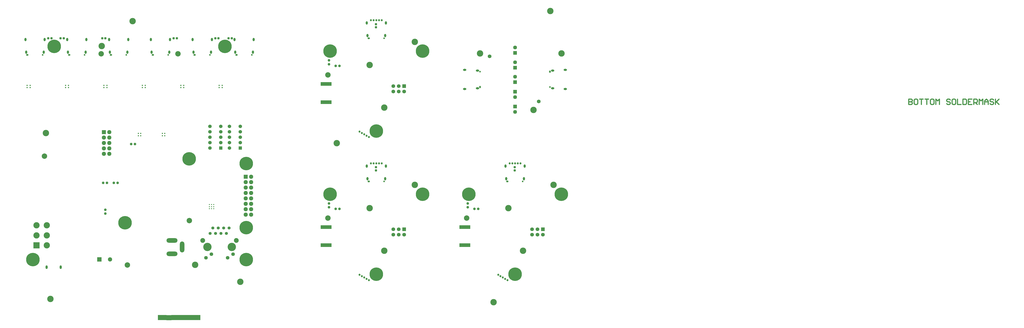
<source format=gbs>
G04*
G04 #@! TF.GenerationSoftware,Altium Limited,Altium Designer,21.2.2 (38)*
G04*
G04 Layer_Color=16711935*
%FSLAX25Y25*%
%MOIN*%
G70*
G04*
G04 #@! TF.SameCoordinates,0448F7F8-B58B-4B03-AB27-B3033358FA6D*
G04*
G04*
G04 #@! TF.FilePolarity,Negative*
G04*
G01*
G75*
%ADD11C,0.02000*%
%ADD171C,0.01968*%
%ADD182C,0.05500*%
%ADD378R,0.09350X0.09350*%
%ADD381R,0.16437X0.09350*%
%ADD382C,0.11811*%
%ADD385R,0.19843X0.06850*%
G04:AMPARAMS|DCode=422|XSize=38.94mil|YSize=37.94mil|CornerRadius=7.92mil|HoleSize=0mil|Usage=FLASHONLY|Rotation=90.000|XOffset=0mil|YOffset=0mil|HoleType=Round|Shape=RoundedRectangle|*
%AMROUNDEDRECTD422*
21,1,0.03894,0.02210,0,0,90.0*
21,1,0.02310,0.03794,0,0,90.0*
1,1,0.01584,0.01105,0.01155*
1,1,0.01584,0.01105,-0.01155*
1,1,0.01584,-0.01105,-0.01155*
1,1,0.01584,-0.01105,0.01155*
%
%ADD422ROUNDEDRECTD422*%
G04:AMPARAMS|DCode=424|XSize=38.94mil|YSize=37.94mil|CornerRadius=7.92mil|HoleSize=0mil|Usage=FLASHONLY|Rotation=180.000|XOffset=0mil|YOffset=0mil|HoleType=Round|Shape=RoundedRectangle|*
%AMROUNDEDRECTD424*
21,1,0.03894,0.02210,0,0,180.0*
21,1,0.02310,0.03794,0,0,180.0*
1,1,0.01584,-0.01155,0.01105*
1,1,0.01584,0.01155,0.01105*
1,1,0.01584,0.01155,-0.01105*
1,1,0.01584,-0.01155,-0.01105*
%
%ADD424ROUNDEDRECTD424*%
%ADD509C,0.03800*%
%ADD510O,0.04291X0.03110*%
%ADD511O,0.03701X0.06063*%
%ADD512C,0.03110*%
%ADD513C,0.10000*%
%ADD514C,0.06850*%
%ADD515R,0.06850X0.06850*%
%ADD516C,0.04882*%
%ADD517C,0.24961*%
%ADD518O,0.06063X0.03701*%
%ADD519O,0.03110X0.04291*%
%ADD520C,0.06800*%
%ADD521R,0.07051X0.07051*%
%ADD522C,0.07051*%
%ADD523C,0.11575*%
%ADD524R,0.11575X0.11575*%
%ADD525C,0.08851*%
%ADD526C,0.15351*%
%ADD527C,0.06651*%
%ADD528O,0.08425X0.20236*%
%ADD529O,0.20236X0.08425*%
%ADD530C,0.07638*%
%ADD531R,0.07638X0.07638*%
G04:AMPARAMS|DCode=532|XSize=39.37mil|YSize=66.93mil|CornerRadius=19.68mil|HoleSize=0mil|Usage=FLASHONLY|Rotation=360.000|XOffset=0mil|YOffset=0mil|HoleType=Round|Shape=RoundedRectangle|*
%AMROUNDEDRECTD532*
21,1,0.03937,0.02756,0,0,360.0*
21,1,0.00000,0.06693,0,0,360.0*
1,1,0.03937,0.00000,-0.01378*
1,1,0.03937,0.00000,-0.01378*
1,1,0.03937,0.00000,0.01378*
1,1,0.03937,0.00000,0.01378*
%
%ADD532ROUNDEDRECTD532*%
%ADD533C,0.06496*%
%ADD534R,0.06496X0.06496*%
%ADD535C,0.07835*%
%ADD536R,0.07835X0.07835*%
%ADD538C,0.02368*%
%ADD539C,0.02362*%
%ADD540R,0.09350X0.09350*%
D11*
X1675248Y414505D02*
Y404508D01*
X1680247D01*
X1681913Y406174D01*
Y407840D01*
X1680247Y409506D01*
X1675248D01*
X1680247D01*
X1681913Y411172D01*
Y412839D01*
X1680247Y414505D01*
X1675248D01*
X1690244D02*
X1686911D01*
X1685245Y412839D01*
Y406174D01*
X1686911Y404508D01*
X1690244D01*
X1691910Y406174D01*
Y412839D01*
X1690244Y414505D01*
X1695242D02*
X1701906D01*
X1698574D01*
Y404508D01*
X1705239Y414505D02*
X1711903D01*
X1708571D01*
Y404508D01*
X1720234Y414505D02*
X1716902D01*
X1715235Y412839D01*
Y406174D01*
X1716902Y404508D01*
X1720234D01*
X1721900Y406174D01*
Y412839D01*
X1720234Y414505D01*
X1725232Y404508D02*
Y414505D01*
X1728564Y411172D01*
X1731897Y414505D01*
Y404508D01*
X1751890Y412839D02*
X1750224Y414505D01*
X1746892D01*
X1745226Y412839D01*
Y411172D01*
X1746892Y409506D01*
X1750224D01*
X1751890Y407840D01*
Y406174D01*
X1750224Y404508D01*
X1746892D01*
X1745226Y406174D01*
X1760221Y414505D02*
X1756889D01*
X1755223Y412839D01*
Y406174D01*
X1756889Y404508D01*
X1760221D01*
X1761887Y406174D01*
Y412839D01*
X1760221Y414505D01*
X1765219D02*
Y404508D01*
X1771884D01*
X1775216Y414505D02*
Y404508D01*
X1780214D01*
X1781881Y406174D01*
Y412839D01*
X1780214Y414505D01*
X1775216D01*
X1791877D02*
X1785213D01*
Y404508D01*
X1791877D01*
X1785213Y409506D02*
X1788545D01*
X1795210Y404508D02*
Y414505D01*
X1800208D01*
X1801874Y412839D01*
Y409506D01*
X1800208Y407840D01*
X1795210D01*
X1798542D02*
X1801874Y404508D01*
X1805206D02*
Y414505D01*
X1808539Y411172D01*
X1811871Y414505D01*
Y404508D01*
X1815203D02*
Y411172D01*
X1818535Y414505D01*
X1821868Y411172D01*
Y404508D01*
Y409506D01*
X1815203D01*
X1831864Y412839D02*
X1830198Y414505D01*
X1826866D01*
X1825200Y412839D01*
Y411172D01*
X1826866Y409506D01*
X1830198D01*
X1831864Y407840D01*
Y406174D01*
X1830198Y404508D01*
X1826866D01*
X1825200Y406174D01*
X1835197Y414505D02*
Y404508D01*
Y407840D01*
X1841861Y414505D01*
X1836863Y409506D01*
X1841861Y404508D01*
D171*
X388855Y215909D02*
D03*
Y219846D02*
D03*
X384918D02*
D03*
Y215909D02*
D03*
Y211972D02*
D03*
X388855D02*
D03*
X392792D02*
D03*
Y215909D02*
D03*
Y219846D02*
D03*
D182*
X421042Y176432D02*
D03*
X411042D02*
D03*
X401042D02*
D03*
X391042D02*
D03*
X416042Y166432D02*
D03*
X406042D02*
D03*
X396042D02*
D03*
X386042D02*
D03*
D378*
X336852Y10943D02*
D03*
X327993Y10943D02*
D03*
X310277Y10874D02*
D03*
X354568Y10943D02*
D03*
X345710Y10943D02*
D03*
X319135D02*
D03*
D381*
X297875D02*
D03*
D382*
X619657Y333228D02*
D03*
X908991Y39591D02*
D03*
X1013670Y577132D02*
D03*
X441945Y77250D02*
D03*
X243033Y558286D02*
D03*
X91607Y45326D02*
D03*
X963312Y134531D02*
D03*
X1019776Y256017D02*
D03*
X936441Y213272D02*
D03*
X707406Y134530D02*
D03*
X763870Y256015D02*
D03*
X680536Y213270D02*
D03*
X707406Y398756D02*
D03*
X763870Y520241D02*
D03*
X680536Y477496D02*
D03*
X884262Y498700D02*
D03*
X982712Y394357D02*
D03*
X1034628Y498709D02*
D03*
X186070Y512325D02*
D03*
X83270Y351625D02*
D03*
X358442Y108449D02*
D03*
D385*
X856156Y144706D02*
D03*
Y178249D02*
D03*
X600251Y144705D02*
D03*
Y178248D02*
D03*
Y408930D02*
D03*
Y442473D02*
D03*
D422*
X948197Y282736D02*
D03*
Y288636D02*
D03*
X692292Y282735D02*
D03*
Y288635D02*
D03*
Y546960D02*
D03*
Y552860D02*
D03*
D424*
X420279Y526903D02*
D03*
X426179D02*
D03*
X93501D02*
D03*
X87601D02*
D03*
X110239D02*
D03*
X116139D02*
D03*
X401572D02*
D03*
X395672D02*
D03*
X324800D02*
D03*
X318900D02*
D03*
X187011D02*
D03*
X192911D02*
D03*
D509*
X921973Y87583D02*
D03*
X917643Y90083D02*
D03*
X934964Y80083D02*
D03*
X930634Y82583D02*
D03*
X926303Y85083D02*
D03*
X953745Y295862D02*
D03*
X958745D02*
D03*
X938745D02*
D03*
X943745D02*
D03*
X948745D02*
D03*
X666068Y87581D02*
D03*
X661738Y90081D02*
D03*
X679058Y80081D02*
D03*
X674728Y82581D02*
D03*
X670398Y85081D02*
D03*
X697839Y295861D02*
D03*
X702840D02*
D03*
X682839D02*
D03*
X687840D02*
D03*
X692839D02*
D03*
X666068Y351807D02*
D03*
X661738Y354307D02*
D03*
X679058Y344307D02*
D03*
X674728Y346807D02*
D03*
X670398Y349307D02*
D03*
X697839Y560086D02*
D03*
X702840D02*
D03*
X682839D02*
D03*
X687840D02*
D03*
X692839D02*
D03*
D510*
X934572Y262484D02*
D03*
X678666Y262483D02*
D03*
Y526708D02*
D03*
X434646Y496062D02*
D03*
X280315Y496063D02*
D03*
X125984Y496062D02*
D03*
X357480Y496062D02*
D03*
X203149Y496063D02*
D03*
X48818Y496062D02*
D03*
D511*
X965005Y267406D02*
D03*
X932485D02*
D03*
X931068Y290831D02*
D03*
X966422D02*
D03*
X709099Y267404D02*
D03*
X676580D02*
D03*
X675162Y290829D02*
D03*
X710517D02*
D03*
X709099Y531630D02*
D03*
X676580D02*
D03*
X675162Y555055D02*
D03*
X710517D02*
D03*
X465079Y500984D02*
D03*
X432559D02*
D03*
X431142Y524409D02*
D03*
X466496D02*
D03*
X310748Y500985D02*
D03*
X278228D02*
D03*
X276811Y524410D02*
D03*
X312165D02*
D03*
X156417Y500983D02*
D03*
X123897D02*
D03*
X122480Y524408D02*
D03*
X157834D02*
D03*
X387913Y500984D02*
D03*
X355394D02*
D03*
X353976Y524409D02*
D03*
X389331D02*
D03*
X233582Y500985D02*
D03*
X201063D02*
D03*
X199645Y524410D02*
D03*
X235000D02*
D03*
X79251Y500983D02*
D03*
X46732D02*
D03*
X45314Y524408D02*
D03*
X80669D02*
D03*
D512*
X962918Y262484D02*
D03*
X707013Y262483D02*
D03*
Y526708D02*
D03*
X1013236Y436614D02*
D03*
X884252Y464961D02*
D03*
X462992Y496062D02*
D03*
X308661Y496063D02*
D03*
X154330Y496062D02*
D03*
X385827Y496062D02*
D03*
X231496Y496063D02*
D03*
X77165Y496062D02*
D03*
D513*
X859540Y194724D02*
D03*
X603635Y194722D02*
D03*
Y458948D02*
D03*
X233382Y108235D02*
D03*
X347743Y190174D02*
D03*
X326772Y498032D02*
D03*
X185039D02*
D03*
X80413Y308988D02*
D03*
D514*
X989997Y164130D02*
D03*
X999997D02*
D03*
X979997D02*
D03*
X989997Y174130D02*
D03*
X979997D02*
D03*
X734092Y164128D02*
D03*
X744092D02*
D03*
X724092D02*
D03*
X734092Y174128D02*
D03*
X724092D02*
D03*
X734092Y428354D02*
D03*
X744092D02*
D03*
X724092D02*
D03*
X734092Y438354D02*
D03*
X724092D02*
D03*
D515*
X999997Y174130D02*
D03*
X744092Y174128D02*
D03*
Y438354D02*
D03*
D516*
X861509Y221751D02*
D03*
Y214665D02*
D03*
X873681Y211677D02*
D03*
X880767Y211677D02*
D03*
X605603Y221750D02*
D03*
Y214664D02*
D03*
X617775Y211676D02*
D03*
X624862Y211676D02*
D03*
X605603Y485976D02*
D03*
Y478889D02*
D03*
X617775Y475901D02*
D03*
X624862Y475901D02*
D03*
X247568Y331380D02*
D03*
X240482D02*
D03*
X208406Y259654D02*
D03*
X215492D02*
D03*
X188819Y259877D02*
D03*
X195906D02*
D03*
X192754Y210210D02*
D03*
Y203123D02*
D03*
D517*
X863509Y238885D02*
D03*
X948745Y91224D02*
D03*
X1033981Y238862D02*
D03*
X607603Y238883D02*
D03*
X692839Y91223D02*
D03*
X778076Y238861D02*
D03*
X607603Y503109D02*
D03*
X692839Y355449D02*
D03*
X778076Y503086D02*
D03*
X229237Y186080D02*
D03*
X347347Y304190D02*
D03*
X452756Y177165D02*
D03*
Y295276D02*
D03*
X413386Y511811D02*
D03*
X98425D02*
D03*
X452756Y118110D02*
D03*
X59055D02*
D03*
D518*
X1041583Y433110D02*
D03*
Y468465D02*
D03*
X1018157Y467047D02*
D03*
Y434528D02*
D03*
X855906Y468465D02*
D03*
Y433110D02*
D03*
X879331Y434528D02*
D03*
Y467047D02*
D03*
D519*
X1013236Y464961D02*
D03*
X884252Y436614D02*
D03*
D520*
X901800Y493428D02*
D03*
X992479Y410042D02*
D03*
D521*
X948720Y445709D02*
D03*
X948744Y499648D02*
D03*
Y472416D02*
D03*
Y427953D02*
D03*
Y400721D02*
D03*
D522*
X948720Y455709D02*
D03*
X948744Y509648D02*
D03*
Y482416D02*
D03*
Y417953D02*
D03*
Y390721D02*
D03*
D523*
X84732Y144304D02*
D03*
Y162808D02*
D03*
Y181312D02*
D03*
X65716Y162808D02*
D03*
Y181312D02*
D03*
D524*
Y144304D02*
D03*
D525*
X434546Y153361D02*
D03*
X372538D02*
D03*
D526*
X426042Y141353D02*
D03*
X381042D02*
D03*
D527*
X428443Y128125D02*
D03*
X418443Y121432D02*
D03*
X388640Y128125D02*
D03*
X378640Y121353D02*
D03*
D528*
X334568Y141514D02*
D03*
D529*
X315670Y128719D02*
D03*
Y153325D02*
D03*
D530*
X461693Y271220D02*
D03*
X451693Y201220D02*
D03*
X461693D02*
D03*
X451693Y211221D02*
D03*
X461693D02*
D03*
X451693Y221220D02*
D03*
X461693D02*
D03*
X451693Y231221D02*
D03*
X461693D02*
D03*
X451693Y241220D02*
D03*
X461693D02*
D03*
X451693Y251220D02*
D03*
X461693D02*
D03*
X451693Y261221D02*
D03*
X461693D02*
D03*
X199995Y353452D02*
D03*
X189995Y313452D02*
D03*
X199995D02*
D03*
X189995Y323452D02*
D03*
X199995D02*
D03*
X189995Y333452D02*
D03*
X199995D02*
D03*
X189995Y343452D02*
D03*
X199995D02*
D03*
D531*
X451693Y271220D02*
D03*
X189995Y353452D02*
D03*
D532*
X110354Y104125D02*
D03*
X84370D02*
D03*
D533*
X441670Y354134D02*
D03*
Y364134D02*
D03*
X421670D02*
D03*
X441670Y344134D02*
D03*
Y334134D02*
D03*
X421670Y354134D02*
D03*
Y344134D02*
D03*
Y334134D02*
D03*
Y324134D02*
D03*
X405860Y354134D02*
D03*
Y364134D02*
D03*
X385859D02*
D03*
X405860Y344134D02*
D03*
Y334134D02*
D03*
X385859Y354134D02*
D03*
Y344134D02*
D03*
Y334134D02*
D03*
Y324134D02*
D03*
D534*
X441670D02*
D03*
X405860D02*
D03*
D535*
X201346Y118608D02*
D03*
D536*
X181661D02*
D03*
D538*
X331979Y435757D02*
D03*
X337491D02*
D03*
X331979Y439694D02*
D03*
X337491D02*
D03*
X190247Y435757D02*
D03*
X195758D02*
D03*
X190247Y439694D02*
D03*
X195758D02*
D03*
X48514Y435757D02*
D03*
X54026D02*
D03*
X48514Y439694D02*
D03*
X54026D02*
D03*
X402845Y435757D02*
D03*
X408357D02*
D03*
X402845Y439694D02*
D03*
X408357D02*
D03*
X261113Y435757D02*
D03*
X266624D02*
D03*
X261113Y439694D02*
D03*
X266624D02*
D03*
X119380Y435757D02*
D03*
X124892D02*
D03*
X119380Y439694D02*
D03*
X124892D02*
D03*
D539*
X253756Y351035D02*
D03*
X258087D02*
D03*
X253756Y346705D02*
D03*
X258087D02*
D03*
X298244Y351035D02*
D03*
X302574D02*
D03*
X298244Y346705D02*
D03*
X302574D02*
D03*
D540*
X363426Y10943D02*
D03*
M02*

</source>
